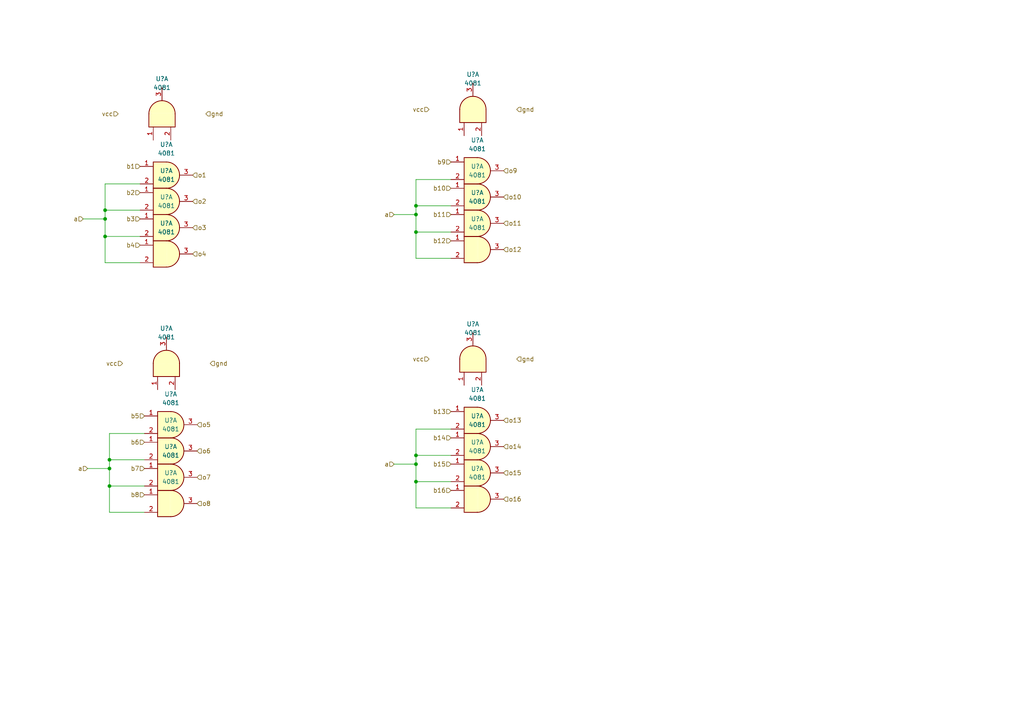
<source format=kicad_sch>
(kicad_sch (version 20211123) (generator eeschema)
  (paper "A4")
  (lib_symbols
    (symbol "4xxx:4081" (pin_names (offset 1.016))
      (property "Reference" "U" (at 0 1.27 0))
      (property "Value" "4081" (at 0 -1.27 0))
      (symbol "4081_1_1"
        (arc (start 0 -3.81) (mid 3.81 0) (end 0 3.81) (stroke (width 0.254)) (fill (type background)))
        (polyline (pts (xy 0 3.81) (xy -3.81 3.81) (xy -3.81 -3.81) (xy 0 -3.81)) (stroke (width 0.254)) (fill (type background)))
        (pin input line (at -7.62 2.54 0) (length 3.81) (name "~") (number "1"))
        (pin input line (at -7.62 -2.54 0) (length 3.81) (name "~") (number "2"))
        (pin output line (at 7.62 0 180) (length 3.81) (name "~") (number "3"))
      )
      (symbol "4081_1_2"
        (arc (start -3.81 -3.81) (mid -2.589 0) (end -3.81 3.81) (stroke (width 0.254)))
        (arc (start -0.6096 -3.81) (mid 2.1855 -2.584) (end 3.81 0) (stroke (width 0.254)) (fill (type background)))
        (polyline (pts (xy -3.81 -3.81) (xy -0.635 -3.81)) (stroke (width 0.254)) (fill (type background)))
        (polyline (pts (xy -3.81 3.81) (xy -0.635 3.81)) (stroke (width 0.254)) (fill (type background)))
        (polyline (pts (xy -0.635 3.81) (xy -3.81 3.81) (xy -3.81 3.81) (xy -3.556 3.4036) (xy -3.0226 2.2606) (xy -2.6924 1.0414) (xy -2.6162 -0.254) (xy -2.7686 -1.4986) (xy -3.175 -2.7178) (xy -3.81 -3.81) (xy -3.81 -3.81) (xy -0.635 -3.81)) (stroke (width -25.4)) (fill (type background)))
        (arc (start 3.81 0) (mid 2.1928 2.5925) (end -0.6096 3.81) (stroke (width 0.254)) (fill (type background)))
        (pin input inverted (at -7.62 2.54 0) (length 4.318) (name "~") (number "1"))
        (pin input inverted (at -7.62 -2.54 0) (length 4.318) (name "~") (number "2"))
        (pin output inverted (at 7.62 0 180) (length 3.81) (name "~") (number "3"))
      )
      (symbol "4081_2_1"
        (arc (start 0 -3.81) (mid 3.81 0) (end 0 3.81) (stroke (width 0.254)) (fill (type background)))
        (polyline (pts (xy 0 3.81) (xy -3.81 3.81) (xy -3.81 -3.81) (xy 0 -3.81)) (stroke (width 0.254)) (fill (type background)))
        (pin output line (at 7.62 0 180) (length 3.81) (name "~") (number "4"))
        (pin input line (at -7.62 2.54 0) (length 3.81) (name "~") (number "5"))
        (pin input line (at -7.62 -2.54 0) (length 3.81) (name "~") (number "6"))
      )
      (symbol "4081_2_2"
        (arc (start -3.81 -3.81) (mid -2.589 0) (end -3.81 3.81) (stroke (width 0.254)))
        (arc (start -0.6096 -3.81) (mid 2.1855 -2.584) (end 3.81 0) (stroke (width 0.254)) (fill (type background)))
        (polyline (pts (xy -3.81 -3.81) (xy -0.635 -3.81)) (stroke (width 0.254)) (fill (type background)))
        (polyline (pts (xy -3.81 3.81) (xy -0.635 3.81)) (stroke (width 0.254)) (fill (type background)))
        (polyline (pts (xy -0.635 3.81) (xy -3.81 3.81) (xy -3.81 3.81) (xy -3.556 3.4036) (xy -3.0226 2.2606) (xy -2.6924 1.0414) (xy -2.6162 -0.254) (xy -2.7686 -1.4986) (xy -3.175 -2.7178) (xy -3.81 -3.81) (xy -3.81 -3.81) (xy -0.635 -3.81)) (stroke (width -25.4)) (fill (type background)))
        (arc (start 3.81 0) (mid 2.1928 2.5925) (end -0.6096 3.81) (stroke (width 0.254)) (fill (type background)))
        (pin output inverted (at 7.62 0 180) (length 3.81) (name "~") (number "4"))
        (pin input inverted (at -7.62 2.54 0) (length 4.318) (name "~") (number "5"))
        (pin input inverted (at -7.62 -2.54 0) (length 4.318) (name "~") (number "6"))
      )
      (symbol "4081_3_1"
        (arc (start 0 -3.81) (mid 3.81 0) (end 0 3.81) (stroke (width 0.254)) (fill (type background)))
        (polyline (pts (xy 0 3.81) (xy -3.81 3.81) (xy -3.81 -3.81) (xy 0 -3.81)) (stroke (width 0.254)) (fill (type background)))
        (pin output line (at 7.62 0 180) (length 3.81) (name "~") (number "10"))
        (pin input line (at -7.62 2.54 0) (length 3.81) (name "~") (number "8"))
        (pin input line (at -7.62 -2.54 0) (length 3.81) (name "~") (number "9"))
      )
      (symbol "4081_3_2"
        (arc (start -3.81 -3.81) (mid -2.589 0) (end -3.81 3.81) (stroke (width 0.254)))
        (arc (start -0.6096 -3.81) (mid 2.1855 -2.584) (end 3.81 0) (stroke (width 0.254)) (fill (type background)))
        (polyline (pts (xy -3.81 -3.81) (xy -0.635 -3.81)) (stroke (width 0.254)) (fill (type background)))
        (polyline (pts (xy -3.81 3.81) (xy -0.635 3.81)) (stroke (width 0.254)) (fill (type background)))
        (polyline (pts (xy -0.635 3.81) (xy -3.81 3.81) (xy -3.81 3.81) (xy -3.556 3.4036) (xy -3.0226 2.2606) (xy -2.6924 1.0414) (xy -2.6162 -0.254) (xy -2.7686 -1.4986) (xy -3.175 -2.7178) (xy -3.81 -3.81) (xy -3.81 -3.81) (xy -0.635 -3.81)) (stroke (width -25.4)) (fill (type background)))
        (arc (start 3.81 0) (mid 2.1928 2.5925) (end -0.6096 3.81) (stroke (width 0.254)) (fill (type background)))
        (pin output inverted (at 7.62 0 180) (length 3.81) (name "~") (number "10"))
        (pin input inverted (at -7.62 2.54 0) (length 4.318) (name "~") (number "8"))
        (pin input inverted (at -7.62 -2.54 0) (length 4.318) (name "~") (number "9"))
      )
      (symbol "4081_4_1"
        (arc (start 0 -3.81) (mid 3.81 0) (end 0 3.81) (stroke (width 0.254)) (fill (type background)))
        (polyline (pts (xy 0 3.81) (xy -3.81 3.81) (xy -3.81 -3.81) (xy 0 -3.81)) (stroke (width 0.254)) (fill (type background)))
        (pin output line (at 7.62 0 180) (length 3.81) (name "~") (number "11"))
        (pin input line (at -7.62 2.54 0) (length 3.81) (name "~") (number "12"))
        (pin input line (at -7.62 -2.54 0) (length 3.81) (name "~") (number "13"))
      )
      (symbol "4081_4_2"
        (arc (start -3.81 -3.81) (mid -2.589 0) (end -3.81 3.81) (stroke (width 0.254)))
        (arc (start -0.6096 -3.81) (mid 2.1855 -2.584) (end 3.81 0) (stroke (width 0.254)) (fill (type background)))
        (polyline (pts (xy -3.81 -3.81) (xy -0.635 -3.81)) (stroke (width 0.254)) (fill (type background)))
        (polyline (pts (xy -3.81 3.81) (xy -0.635 3.81)) (stroke (width 0.254)) (fill (type background)))
        (polyline (pts (xy -0.635 3.81) (xy -3.81 3.81) (xy -3.81 3.81) (xy -3.556 3.4036) (xy -3.0226 2.2606) (xy -2.6924 1.0414) (xy -2.6162 -0.254) (xy -2.7686 -1.4986) (xy -3.175 -2.7178) (xy -3.81 -3.81) (xy -3.81 -3.81) (xy -0.635 -3.81)) (stroke (width -25.4)) (fill (type background)))
        (arc (start 3.81 0) (mid 2.1928 2.5925) (end -0.6096 3.81) (stroke (width 0.254)) (fill (type background)))
        (pin output inverted (at 7.62 0 180) (length 3.81) (name "~") (number "11"))
        (pin input inverted (at -7.62 2.54 0) (length 4.318) (name "~") (number "12"))
        (pin input inverted (at -7.62 -2.54 0) (length 4.318) (name "~") (number "13"))
      )
      (symbol "4081_5_0"
        (pin power_in line (at 0 12.7 270) (length 5.08) (name "VDD") (number "14"))
        (pin power_in line (at 0 -12.7 90) (length 5.08) (name "VSS") (number "7"))
      )
      (symbol "4081_5_1"
        (rectangle (start -5.08 7.62) (end 5.08 -7.62) (stroke (width 0.254)) (fill (type background)))
      )
    )
  )
  (junction (at 30.48 60.96))
  (junction (at 31.75 133.35))
  (junction (at 31.75 135.89))
  (junction (at 30.48 63.5))
  (junction (at 120.65 134.62))
  (junction (at 30.48 68.58))
  (junction (at 120.65 132.08))
  (junction (at 120.65 59.69))
  (junction (at 120.65 139.7))
  (junction (at 31.75 140.97))
  (junction (at 120.65 62.23))
  (junction (at 120.65 67.31))
  (wire (pts (xy 30.48 53.34) (xy 30.48 60.96)))
  (wire (pts (xy 130.81 139.7) (xy 120.65 139.7)))
  (wire (pts (xy 130.81 67.31) (xy 120.65 67.31)))
  (wire (pts (xy 120.65 62.23) (xy 114.3 62.23)))
  (wire (pts (xy 30.48 68.58) (xy 30.48 76.2)))
  (wire (pts (xy 31.75 140.97) (xy 31.75 148.59)))
  (wire (pts (xy 41.91 125.73) (xy 31.75 125.73)))
  (wire (pts (xy 40.64 53.34) (xy 30.48 53.34)))
  (wire (pts (xy 30.48 63.5) (xy 30.48 68.58)))
  (wire (pts (xy 120.65 134.62) (xy 114.3 134.62)))
  (wire (pts (xy 31.75 133.35) (xy 41.91 133.35)))
  (wire (pts (xy 41.91 148.59) (xy 31.75 148.59)))
  (wire (pts (xy 130.81 52.07) (xy 120.65 52.07)))
  (wire (pts (xy 130.81 124.46) (xy 120.65 124.46)))
  (wire (pts (xy 31.75 125.73) (xy 31.75 133.35)))
  (wire (pts (xy 120.65 67.31) (xy 120.65 74.93)))
  (wire (pts (xy 120.65 62.23) (xy 120.65 67.31)))
  (wire (pts (xy 31.75 135.89) (xy 25.4 135.89)))
  (wire (pts (xy 31.75 133.35) (xy 31.75 135.89)))
  (wire (pts (xy 120.65 139.7) (xy 120.65 147.32)))
  (wire (pts (xy 30.48 60.96) (xy 40.64 60.96)))
  (wire (pts (xy 130.81 74.93) (xy 120.65 74.93)))
  (wire (pts (xy 40.64 68.58) (xy 30.48 68.58)))
  (wire (pts (xy 130.81 147.32) (xy 120.65 147.32)))
  (wire (pts (xy 120.65 124.46) (xy 120.65 132.08)))
  (wire (pts (xy 120.65 52.07) (xy 120.65 59.69)))
  (wire (pts (xy 41.91 140.97) (xy 31.75 140.97)))
  (wire (pts (xy 30.48 63.5) (xy 24.13 63.5)))
  (wire (pts (xy 40.64 76.2) (xy 30.48 76.2)))
  (wire (pts (xy 30.48 60.96) (xy 30.48 63.5)))
  (wire (pts (xy 120.65 132.08) (xy 130.81 132.08)))
  (wire (pts (xy 120.65 59.69) (xy 130.81 59.69)))
  (wire (pts (xy 31.75 135.89) (xy 31.75 140.97)))
  (wire (pts (xy 120.65 134.62) (xy 120.65 139.7)))
  (wire (pts (xy 120.65 59.69) (xy 120.65 62.23)))
  (wire (pts (xy 120.65 132.08) (xy 120.65 134.62)))
  (hierarchical_label "b13" (shape input) (at 130.81 119.38 180))
  (hierarchical_label "o10" (shape input) (at 146.05 57.15 0))
  (hierarchical_label "b16" (shape input) (at 130.81 142.24 180))
  (hierarchical_label "o16" (shape input) (at 146.05 144.78 0))
  (hierarchical_label "b1" (shape input) (at 40.64 48.26 180))
  (hierarchical_label "b8" (shape input) (at 41.91 143.51 180))
  (hierarchical_label "b2" (shape input) (at 40.64 55.88 180))
  (hierarchical_label "gnd" (shape input) (at 60.96 105.41 0))
  (hierarchical_label "o1" (shape input) (at 55.88 50.8 0))
  (hierarchical_label "a" (shape input) (at 114.3 62.23 180))
  (hierarchical_label "vcc" (shape input) (at 124.46 31.75 180))
  (hierarchical_label "gnd" (shape input) (at 149.86 31.75 0))
  (hierarchical_label "o6" (shape input) (at 57.15 130.81 0))
  (hierarchical_label "o14" (shape input) (at 146.05 129.54 0))
  (hierarchical_label "vcc" (shape input) (at 124.46 104.14 180))
  (hierarchical_label "o15" (shape input) (at 146.05 137.16 0))
  (hierarchical_label "gnd" (shape input) (at 149.86 104.14 0))
  (hierarchical_label "b7" (shape input) (at 41.91 135.89 180))
  (hierarchical_label "a" (shape input) (at 114.3 134.62 180))
  (hierarchical_label "b10" (shape input) (at 130.81 54.61 180))
  (hierarchical_label "o2" (shape input) (at 55.88 58.42 0))
  (hierarchical_label "o3" (shape input) (at 55.88 66.04 0))
  (hierarchical_label "vcc" (shape input) (at 35.56 105.41 180))
  (hierarchical_label "a" (shape input) (at 24.13 63.5 180))
  (hierarchical_label "b6" (shape input) (at 41.91 128.27 180))
  (hierarchical_label "vcc" (shape input) (at 34.29 33.02 180))
  (hierarchical_label "a" (shape input) (at 25.4 135.89 180))
  (hierarchical_label "gnd" (shape input) (at 59.69 33.02 0))
  (hierarchical_label "b4" (shape input) (at 40.64 71.12 180))
  (hierarchical_label "o11" (shape input) (at 146.05 64.77 0))
  (hierarchical_label "b9" (shape input) (at 130.81 46.99 180))
  (hierarchical_label "o5" (shape input) (at 57.15 123.19 0))
  (hierarchical_label "b5" (shape input) (at 41.91 120.65 180))
  (hierarchical_label "o4" (shape input) (at 55.88 73.66 0))
  (hierarchical_label "o8" (shape input) (at 57.15 146.05 0))
  (hierarchical_label "b15" (shape input) (at 130.81 134.62 180))
  (hierarchical_label "b12" (shape input) (at 130.81 69.85 180))
  (hierarchical_label "b14" (shape input) (at 130.81 127 180))
  (hierarchical_label "o9" (shape input) (at 146.05 49.53 0))
  (hierarchical_label "o12" (shape input) (at 146.05 72.39 0))
  (hierarchical_label "b11" (shape input) (at 130.81 62.23 180))
  (hierarchical_label "o7" (shape input) (at 57.15 138.43 0))
  (hierarchical_label "b3" (shape input) (at 40.64 63.5 180))
  (hierarchical_label "o13" (shape input) (at 146.05 121.92 0))
  (symbol (lib_id "4xxx:4081") (at 46.99 33.02 90)
    (property "Reference" "U?" (at 46.99 22.86 90))
    (property "Value" "4081" (at 46.99 25.4 90))
    (property "Datasheet" "http://www.intersil.com/content/dam/Intersil/documents/cd40/cd4073bms-81bms-82bms.pdf" (effects hide))
  )
  (symbol (lib_id "4xxx:4081") (at 49.53 130.81 0)
    (property "Reference" "U?" (at 49.53 121.92 0))
    (property "Value" "4081" (at 49.53 124.46 0))
    (property "Datasheet" "http://www.intersil.com/content/dam/Intersil/documents/cd40/cd4073bms-81bms-82bms.pdf" (effects hide))
  )
  (symbol (lib_id "4xxx:4081") (at 49.53 123.19 0)
    (property "Reference" "U?" (at 49.53 114.3 0))
    (property "Value" "4081" (at 49.53 116.84 0))
    (property "Datasheet" "http://www.intersil.com/content/dam/Intersil/documents/cd40/cd4073bms-81bms-82bms.pdf" (effects hide))
  )
  (symbol (lib_id "4xxx:4081") (at 48.26 73.66 0)
    (property "Reference" "U?" (at 48.26 64.77 0))
    (property "Value" "4081" (at 48.26 67.31 0))
    (property "Datasheet" "http://www.intersil.com/content/dam/Intersil/documents/cd40/cd4073bms-81bms-82bms.pdf" (effects hide))
  )
  (symbol (lib_id "4xxx:4081") (at 137.16 31.75 90)
    (property "Reference" "U?" (at 137.16 21.59 90))
    (property "Value" "4081" (at 137.16 24.13 90))
    (property "Datasheet" "http://www.intersil.com/content/dam/Intersil/documents/cd40/cd4073bms-81bms-82bms.pdf" (effects hide))
  )
  (symbol (lib_id "4xxx:4081") (at 138.43 57.15 0)
    (property "Reference" "U?" (at 138.43 48.26 0))
    (property "Value" "4081" (at 138.43 50.8 0))
    (property "Datasheet" "http://www.intersil.com/content/dam/Intersil/documents/cd40/cd4073bms-81bms-82bms.pdf" (effects hide))
  )
  (symbol (lib_id "4xxx:4081") (at 138.43 137.16 0)
    (property "Reference" "U?" (at 138.43 128.27 0))
    (property "Value" "4081" (at 138.43 130.81 0))
    (property "Datasheet" "http://www.intersil.com/content/dam/Intersil/documents/cd40/cd4073bms-81bms-82bms.pdf" (effects hide))
  )
  (symbol (lib_id "4xxx:4081") (at 138.43 121.92 0)
    (property "Reference" "U?" (at 138.43 113.03 0))
    (property "Value" "4081" (at 138.43 115.57 0))
    (property "Datasheet" "http://www.intersil.com/content/dam/Intersil/documents/cd40/cd4073bms-81bms-82bms.pdf" (effects hide))
  )
  (symbol (lib_id "4xxx:4081") (at 49.53 138.43 0)
    (property "Reference" "U?" (at 49.53 129.54 0))
    (property "Value" "4081" (at 49.53 132.08 0))
    (property "Datasheet" "http://www.intersil.com/content/dam/Intersil/documents/cd40/cd4073bms-81bms-82bms.pdf" (effects hide))
  )
  (symbol (lib_id "4xxx:4081") (at 48.26 105.41 90)
    (property "Reference" "U?" (at 48.26 95.25 90))
    (property "Value" "4081" (at 48.26 97.79 90))
    (property "Datasheet" "http://www.intersil.com/content/dam/Intersil/documents/cd40/cd4073bms-81bms-82bms.pdf" (effects hide))
  )
  (symbol (lib_id "4xxx:4081") (at 138.43 64.77 0)
    (property "Reference" "U?" (at 138.43 55.88 0))
    (property "Value" "4081" (at 138.43 58.42 0))
    (property "Datasheet" "http://www.intersil.com/content/dam/Intersil/documents/cd40/cd4073bms-81bms-82bms.pdf" (effects hide))
  )
  (symbol (lib_id "4xxx:4081") (at 48.26 58.42 0)
    (property "Reference" "U?" (at 48.26 49.53 0))
    (property "Value" "4081" (at 48.26 52.07 0))
    (property "Datasheet" "http://www.intersil.com/content/dam/Intersil/documents/cd40/cd4073bms-81bms-82bms.pdf" (effects hide))
  )
  (symbol (lib_id "4xxx:4081") (at 138.43 144.78 0)
    (property "Reference" "U?" (at 138.43 135.89 0))
    (property "Value" "4081" (at 138.43 138.43 0))
    (property "Datasheet" "http://www.intersil.com/content/dam/Intersil/documents/cd40/cd4073bms-81bms-82bms.pdf" (effects hide))
  )
  (symbol (lib_id "4xxx:4081") (at 137.16 104.14 90)
    (property "Reference" "U?" (at 137.16 93.98 90))
    (property "Value" "4081" (at 137.16 96.52 90))
    (property "Datasheet" "http://www.intersil.com/content/dam/Intersil/documents/cd40/cd4073bms-81bms-82bms.pdf" (effects hide))
  )
  (symbol (lib_id "4xxx:4081") (at 48.26 66.04 0)
    (property "Reference" "U?" (at 48.26 57.15 0))
    (property "Value" "4081" (at 48.26 59.69 0))
    (property "Datasheet" "http://www.intersil.com/content/dam/Intersil/documents/cd40/cd4073bms-81bms-82bms.pdf" (effects hide))
  )
  (symbol (lib_id "4xxx:4081") (at 138.43 129.54 0)
    (property "Reference" "U?" (at 138.43 120.65 0))
    (property "Value" "4081" (at 138.43 123.19 0))
    (property "Datasheet" "http://www.intersil.com/content/dam/Intersil/documents/cd40/cd4073bms-81bms-82bms.pdf" (effects hide))
  )
  (symbol (lib_id "4xxx:4081") (at 48.26 50.8 0)
    (property "Reference" "U?" (at 48.26 41.91 0))
    (property "Value" "4081" (at 48.26 44.45 0))
    (property "Datasheet" "http://www.intersil.com/content/dam/Intersil/documents/cd40/cd4073bms-81bms-82bms.pdf" (effects hide))
  )
  (symbol (lib_id "4xxx:4081") (at 49.53 146.05 0)
    (property "Reference" "U?" (at 49.53 137.16 0))
    (property "Value" "4081" (at 49.53 139.7 0))
    (property "Datasheet" "http://www.intersil.com/content/dam/Intersil/documents/cd40/cd4073bms-81bms-82bms.pdf" (effects hide))
  )
  (symbol (lib_id "4xxx:4081") (at 138.43 49.53 0)
    (property "Reference" "U?" (at 138.43 40.64 0))
    (property "Value" "4081" (at 138.43 43.18 0))
    (property "Datasheet" "http://www.intersil.com/content/dam/Intersil/documents/cd40/cd4073bms-81bms-82bms.pdf" (effects hide))
  )
  (symbol (lib_id "4xxx:4081") (at 138.43 72.39 0)
    (property "Reference" "U?" (at 138.43 63.5 0))
    (property "Value" "4081" (at 138.43 66.04 0))
    (property "Datasheet" "http://www.intersil.com/content/dam/Intersil/documents/cd40/cd4073bms-81bms-82bms.pdf" (effects hide))
  )
)
</source>
